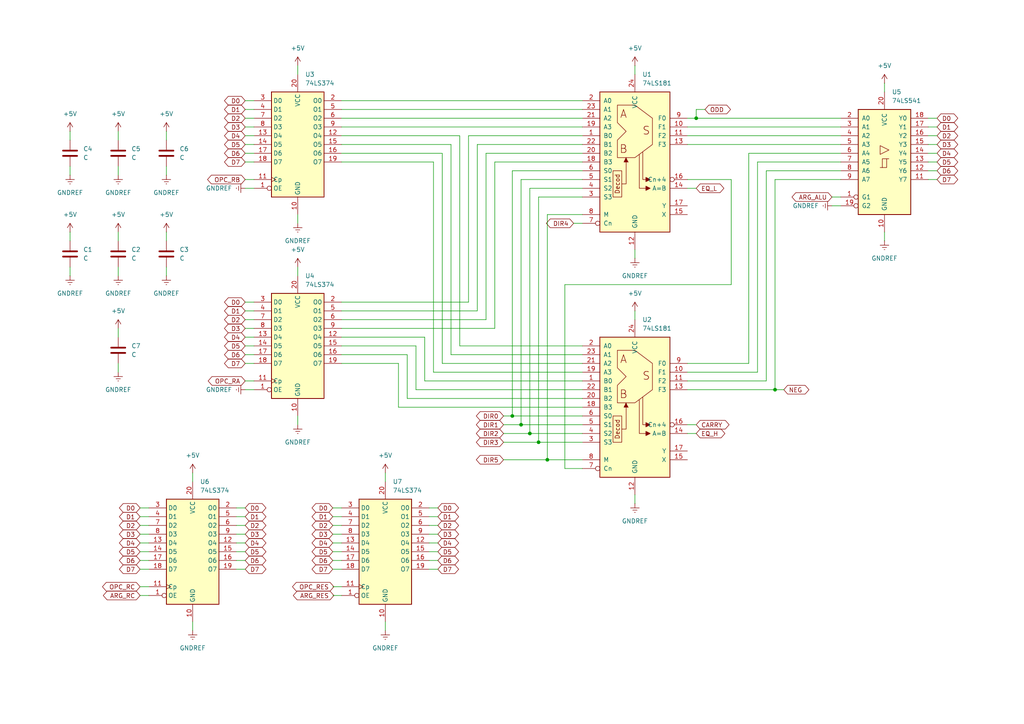
<source format=kicad_sch>
(kicad_sch (version 20250114) (generator "eeschema") (generator_version "9.0")
  (paper "A4")
  (lib_symbols
    (symbol "74xx:74LS181" (pin_names (offset 1.016))
      (property "Reference" "U" (at -7.62 21.59 0))
      (property "Value" "74LS181" (at -7.62 -21.59 0))
      (symbol "74LS181_1_0"
        (polyline (pts (xy -6.35 -2.54) (xy -6.35 -10.16) (xy -3.81 -10.16) (xy -3.81 -2.54) (xy -6.35 -2.54)))
        (polyline (pts (xy -5.08 16.51) (xy -5.08 11.43) (xy -2.54 8.89) (xy -5.08 6.35) (xy -5.08 1.27) (xy 0 1.27) (xy 5.08 5.08) (xy 5.08 12.7) (xy 0 16.51) (xy -5.08 16.51)))
        (polyline (pts (xy -3.81 -6.35) (xy -2.54 -6.35) (xy -2.54 1.27)))
        (polyline (pts (xy -2.54 1.27) (xy -3.175 0) (xy -1.905 0)) (fill (type outline)))
        (polyline (pts (xy 1.27 2.159) (xy 1.27 -7.62) (xy 3.175 -7.62)))
        (polyline (pts (xy 3.175 -5.08) (xy 2.286 -5.08) (xy 2.286 2.921)))
        (polyline (pts (xy 4.445 -5.08) (xy 3.175 -4.445) (xy 3.175 -5.715) (xy 4.445 -5.08)) (fill (type outline)))
        (polyline (pts (xy 4.445 -7.62) (xy 3.175 -6.985) (xy 3.175 -8.255) (xy 4.445 -7.62)) (fill (type outline)))
        (text "Decod" (at -5.08 -6.35 900) (effects (font (size 1.27 1.27))))
        (text "A" (at -3.302 13.97 0) (effects (font (size 2.286 2.286))))
        (text "B" (at -3.302 3.81 0) (effects (font (size 2.286 2.286))))
        (text "S" (at 3.302 9.144 0) (effects (font (size 2.286 2.286))))
        (pin input line (at -15.24 17.78 0) (length 5.08) (name "A0") (number "2"))
        (pin input line (at -15.24 15.24 0) (length 5.08) (name "A1") (number "23"))
        (pin input line (at -15.24 12.7 0) (length 5.08) (name "A2") (number "21"))
        (pin input line (at -15.24 10.16 0) (length 5.08) (name "A3") (number "19"))
        (pin input line (at -15.24 7.62 0) (length 5.08) (name "B0") (number "1"))
        (pin input line (at -15.24 5.08 0) (length 5.08) (name "B1") (number "22"))
        (pin input line (at -15.24 2.54 0) (length 5.08) (name "B2") (number "20"))
        (pin input line (at -15.24 0 0) (length 5.08) (name "B3") (number "18"))
        (pin input line (at -15.24 -2.54 0) (length 5.08) (name "S0") (number "6"))
        (pin input line (at -15.24 -5.08 0) (length 5.08) (name "S1") (number "5"))
        (pin input line (at -15.24 -7.62 0) (length 5.08) (name "S2") (number "4"))
        (pin input line (at -15.24 -10.16 0) (length 5.08) (name "S3") (number "3"))
        (pin input line (at -15.24 -15.24 0) (length 5.08) (name "M") (number "8"))
        (pin input inverted (at -15.24 -17.78 0) (length 5.08) (name "Cn") (number "7"))
        (pin power_in line (at 0 25.4 270) (length 5.08) (name "VCC") (number "24"))
        (pin power_in line (at 0 -25.4 90) (length 5.08) (name "GND") (number "12"))
        (pin output line (at 15.24 12.7 180) (length 5.08) (name "F0") (number "9"))
        (pin output line (at 15.24 10.16 180) (length 5.08) (name "F1") (number "10"))
        (pin output line (at 15.24 7.62 180) (length 5.08) (name "F2") (number "11"))
        (pin output line (at 15.24 5.08 180) (length 5.08) (name "F3") (number "13"))
        (pin output inverted (at 15.24 -5.08 180) (length 5.08) (name "Cn+4") (number "16"))
        (pin output line (at 15.24 -7.62 180) (length 5.08) (name "A=B") (number "14"))
        (pin output line (at 15.24 -12.7 180) (length 5.08) (name "Y") (number "17"))
        (pin output line (at 15.24 -15.24 180) (length 5.08) (name "X") (number "15"))
      )
      (symbol "74LS181_1_1"
        (rectangle (start -10.16 20.32) (end 10.16 -20.32) (stroke (width 0.254)) (fill (type background)))
      )
    )
    (symbol "74xx:74LS374"
      (property "Reference" "U" (at -7.62 16.51 0))
      (property "Value" "74LS374" (at -7.62 -16.51 0))
      (symbol "74LS374_1_0"
        (pin input line (at -12.7 12.7 0) (length 5.08) (name "D0") (number "3"))
        (pin input line (at -12.7 10.16 0) (length 5.08) (name "D1") (number "4"))
        (pin input line (at -12.7 7.62 0) (length 5.08) (name "D2") (number "7"))
        (pin input line (at -12.7 5.08 0) (length 5.08) (name "D3") (number "8"))
        (pin input line (at -12.7 2.54 0) (length 5.08) (name "D4") (number "13"))
        (pin input line (at -12.7 0 0) (length 5.08) (name "D5") (number "14"))
        (pin input line (at -12.7 -2.54 0) (length 5.08) (name "D6") (number "17"))
        (pin input line (at -12.7 -5.08 0) (length 5.08) (name "D7") (number "18"))
        (pin input clock (at -12.7 -10.16 0) (length 5.08) (name "Cp") (number "11"))
        (pin input inverted (at -12.7 -12.7 0) (length 5.08) (name "OE") (number "1"))
        (pin power_in line (at 0 20.32 270) (length 5.08) (name "VCC") (number "20"))
        (pin power_in line (at 0 -20.32 90) (length 5.08) (name "GND") (number "10"))
        (pin tri_state line (at 12.7 12.7 180) (length 5.08) (name "O0") (number "2"))
        (pin tri_state line (at 12.7 10.16 180) (length 5.08) (name "O1") (number "5"))
        (pin tri_state line (at 12.7 7.62 180) (length 5.08) (name "O2") (number "6"))
        (pin tri_state line (at 12.7 5.08 180) (length 5.08) (name "O3") (number "9"))
        (pin tri_state line (at 12.7 2.54 180) (length 5.08) (name "O4") (number "12"))
        (pin tri_state line (at 12.7 0 180) (length 5.08) (name "O5") (number "15"))
        (pin tri_state line (at 12.7 -2.54 180) (length 5.08) (name "O6") (number "16"))
        (pin tri_state line (at 12.7 -5.08 180) (length 5.08) (name "O7") (number "19"))
      )
      (symbol "74LS374_1_1"
        (rectangle (start -7.62 15.24) (end 7.62 -15.24) (stroke (width 0.254)) (fill (type background)))
      )
    )
    (symbol "74xx:74LS541" (pin_names (offset 1.016))
      (property "Reference" "U" (at -7.62 16.51 0))
      (property "Value" "74LS541" (at -7.62 -16.51 0))
      (symbol "74LS541_1_0"
        (polyline (pts (xy -1.27 -1.6002) (xy 0.635 -1.6002) (xy 0.635 0.9398) (xy 1.27 0.9398)))
        (polyline (pts (xy -0.635 -1.6002) (xy -0.635 0.9398) (xy 0.635 0.9398)))
        (polyline (pts (xy 1.27 3.4798) (xy -1.27 4.7498) (xy -1.27 2.2098) (xy 1.27 3.4798)) (stroke (width 0.1524)))
        (pin input line (at -12.7 12.7 0) (length 5.08) (name "A0") (number "2"))
        (pin input line (at -12.7 10.16 0) (length 5.08) (name "A1") (number "3"))
        (pin input line (at -12.7 7.62 0) (length 5.08) (name "A2") (number "4"))
        (pin input line (at -12.7 5.08 0) (length 5.08) (name "A3") (number "5"))
        (pin input line (at -12.7 2.54 0) (length 5.08) (name "A4") (number "6"))
        (pin input line (at -12.7 0 0) (length 5.08) (name "A5") (number "7"))
        (pin input line (at -12.7 -2.54 0) (length 5.08) (name "A6") (number "8"))
        (pin input line (at -12.7 -5.08 0) (length 5.08) (name "A7") (number "9"))
        (pin input inverted (at -12.7 -10.16 0) (length 5.08) (name "G1") (number "1"))
        (pin input inverted (at -12.7 -12.7 0) (length 5.08) (name "G2") (number "19"))
        (pin power_in line (at 0 20.32 270) (length 5.08) (name "VCC") (number "20"))
        (pin power_in line (at 0 -20.32 90) (length 5.08) (name "GND") (number "10"))
        (pin tri_state line (at 12.7 12.7 180) (length 5.08) (name "Y0") (number "18"))
        (pin tri_state line (at 12.7 10.16 180) (length 5.08) (name "Y1") (number "17"))
        (pin tri_state line (at 12.7 7.62 180) (length 5.08) (name "Y2") (number "16"))
        (pin tri_state line (at 12.7 5.08 180) (length 5.08) (name "Y3") (number "15"))
        (pin tri_state line (at 12.7 2.54 180) (length 5.08) (name "Y4") (number "14"))
        (pin tri_state line (at 12.7 0 180) (length 5.08) (name "Y5") (number "13"))
        (pin tri_state line (at 12.7 -2.54 180) (length 5.08) (name "Y6") (number "12"))
        (pin tri_state line (at 12.7 -5.08 180) (length 5.08) (name "Y7") (number "11"))
      )
      (symbol "74LS541_1_1"
        (rectangle (start -7.62 15.24) (end 7.62 -15.24) (stroke (width 0.254)) (fill (type background)))
      )
    )
    (symbol "Device:C" (pin_numbers (hide yes)) (pin_names (offset 0.254))
      (property "Reference" "C" (at 0.635 2.54 0))
      (property "Value" "C" (at 0.635 -2.54 0))
      (symbol "C_0_1"
        (polyline (pts (xy -2.032 0.762) (xy 2.032 0.762)) (stroke (width 0.508)))
        (polyline (pts (xy -2.032 -0.762) (xy 2.032 -0.762)) (stroke (width 0.508)))
      )
      (symbol "C_1_1"
        (pin passive line (at 0 3.81 270) (length 2.794) (name "~") (number "1"))
        (pin passive line (at 0 -3.81 90) (length 2.794) (name "~") (number "2"))
      )
    )
    (symbol "power:+5V" (power) (pin_numbers (hide yes)) (pin_names (offset 0) (hide yes))
      (property "Value" "+5V" (at 0 3.556 0))
      (symbol "+5V_0_1"
        (polyline (pts (xy -0.762 1.27) (xy 0 2.54)))
        (polyline (pts (xy 0 2.54) (xy 0.762 1.27)))
        (polyline (pts (xy 0 0) (xy 0 2.54)))
      )
      (symbol "+5V_1_1"
        (pin power_in line (at 0 0 90) (length 0) (name "~") (number "1"))
      )
    )
    (symbol "power:GNDREF" (power) (pin_numbers (hide yes)) (pin_names (offset 0) (hide yes))
      (property "Value" "GNDREF" (at 0 -3.81 0))
      (symbol "GNDREF_0_1"
        (polyline (pts (xy -0.635 -1.905) (xy 0.635 -1.905)))
        (polyline (pts (xy -0.127 -2.54) (xy 0.127 -2.54)))
        (polyline (pts (xy 0 -1.27) (xy 0 0)))
        (polyline (pts (xy 1.27 -1.27) (xy -1.27 -1.27)))
      )
      (symbol "GNDREF_1_1"
        (pin power_in line (at 0 0 270) (length 0) (name "~") (number "1"))
      )
    )
  )
  (junction (at 158.75 133.35))
  (junction (at 201.93 34.29))
  (junction (at 153.67 125.73))
  (junction (at 148.59 120.65))
  (junction (at 224.79 113.03))
  (junction (at 156.21 128.27))
  (junction (at 151.13 123.19))
  (wire (pts (xy 120.65 100.33) (xy 99.06 100.33)))
  (wire (pts (xy 146.05 133.35) (xy 158.75 133.35)))
  (wire (pts (xy 256.54 24.13) (xy 256.54 26.67)))
  (wire (pts (xy 111.76 137.16) (xy 111.76 139.7)))
  (wire (pts (xy 48.26 48.26) (xy 48.26 50.8)))
  (wire (pts (xy 96.52 152.4) (xy 99.06 152.4)))
  (wire (pts (xy 40.64 154.94) (xy 43.18 154.94)))
  (wire (pts (xy 269.24 41.91) (xy 271.78 41.91)))
  (wire (pts (xy 135.89 87.63) (xy 135.89 39.37)))
  (wire (pts (xy 96.52 147.32) (xy 99.06 147.32)))
  (wire (pts (xy 123.19 97.79) (xy 123.19 110.49)))
  (wire (pts (xy 40.64 157.48) (xy 43.18 157.48)))
  (wire (pts (xy 71.12 41.91) (xy 73.66 41.91)))
  (wire (pts (xy 204.47 31.75) (xy 201.93 31.75)))
  (wire (pts (xy 96.52 157.48) (xy 99.06 157.48)))
  (wire (pts (xy 166.37 64.77) (xy 168.91 64.77)))
  (wire (pts (xy 99.06 90.17) (xy 138.43 90.17)))
  (wire (pts (xy 168.91 46.99) (xy 143.51 46.99)))
  (wire (pts (xy 222.25 110.49) (xy 222.25 49.53)))
  (wire (pts (xy 148.59 120.65) (xy 168.91 120.65)))
  (wire (pts (xy 71.12 39.37) (xy 73.66 39.37)))
  (wire (pts (xy 138.43 41.91) (xy 138.43 90.17)))
  (wire (pts (xy 269.24 44.45) (xy 271.78 44.45)))
  (wire (pts (xy 199.39 52.07) (xy 212.09 52.07)))
  (wire (pts (xy 199.39 105.41) (xy 217.17 105.41)))
  (wire (pts (xy 71.12 52.07) (xy 73.66 52.07)))
  (wire (pts (xy 99.06 29.21) (xy 168.91 29.21)))
  (wire (pts (xy 241.3 57.15) (xy 243.84 57.15)))
  (wire (pts (xy 146.05 123.19) (xy 151.13 123.19)))
  (wire (pts (xy 143.51 46.99) (xy 143.51 95.25)))
  (wire (pts (xy 163.83 82.55) (xy 212.09 82.55)))
  (wire (pts (xy 184.15 90.17) (xy 184.15 92.71)))
  (wire (pts (xy 55.88 180.34) (xy 55.88 182.88)))
  (wire (pts (xy 118.11 102.87) (xy 118.11 115.57)))
  (wire (pts (xy 71.12 110.49) (xy 73.66 110.49)))
  (wire (pts (xy 127 152.4) (xy 124.46 152.4)))
  (wire (pts (xy 153.67 125.73) (xy 153.67 54.61)))
  (wire (pts (xy 34.29 67.31) (xy 34.29 69.85)))
  (wire (pts (xy 99.06 31.75) (xy 168.91 31.75)))
  (wire (pts (xy 128.27 44.45) (xy 128.27 105.41)))
  (wire (pts (xy 217.17 44.45) (xy 217.17 105.41)))
  (wire (pts (xy 256.54 67.31) (xy 256.54 69.85)))
  (wire (pts (xy 241.3 59.69) (xy 243.84 59.69)))
  (wire (pts (xy 184.15 143.51) (xy 184.15 146.05)))
  (wire (pts (xy 243.84 44.45) (xy 217.17 44.45)))
  (wire (pts (xy 71.12 152.4) (xy 68.58 152.4)))
  (wire (pts (xy 99.06 39.37) (xy 133.35 39.37)))
  (wire (pts (xy 123.19 110.49) (xy 168.91 110.49)))
  (wire (pts (xy 168.91 41.91) (xy 138.43 41.91)))
  (wire (pts (xy 34.29 48.26) (xy 34.29 50.8)))
  (wire (pts (xy 71.12 105.41) (xy 73.66 105.41)))
  (wire (pts (xy 140.97 92.71) (xy 140.97 44.45)))
  (wire (pts (xy 96.52 172.72) (xy 99.06 172.72)))
  (wire (pts (xy 168.91 107.95) (xy 125.73 107.95)))
  (wire (pts (xy 71.12 149.86) (xy 68.58 149.86)))
  (wire (pts (xy 71.12 95.25) (xy 73.66 95.25)))
  (wire (pts (xy 243.84 46.99) (xy 219.71 46.99)))
  (wire (pts (xy 212.09 52.07) (xy 212.09 82.55)))
  (wire (pts (xy 143.51 95.25) (xy 99.06 95.25)))
  (wire (pts (xy 71.12 31.75) (xy 73.66 31.75)))
  (wire (pts (xy 99.06 97.79) (xy 123.19 97.79)))
  (wire (pts (xy 151.13 52.07) (xy 168.91 52.07)))
  (wire (pts (xy 99.06 34.29) (xy 168.91 34.29)))
  (wire (pts (xy 20.32 38.1) (xy 20.32 40.64)))
  (wire (pts (xy 243.84 52.07) (xy 224.79 52.07)))
  (wire (pts (xy 48.26 77.47) (xy 48.26 80.01)))
  (wire (pts (xy 130.81 102.87) (xy 130.81 41.91)))
  (wire (pts (xy 148.59 49.53) (xy 148.59 120.65)))
  (wire (pts (xy 40.64 172.72) (xy 43.18 172.72)))
  (wire (pts (xy 20.32 77.47) (xy 20.32 80.01)))
  (wire (pts (xy 201.93 125.73) (xy 199.39 125.73)))
  (wire (pts (xy 128.27 105.41) (xy 168.91 105.41)))
  (wire (pts (xy 201.93 34.29) (xy 243.84 34.29)))
  (wire (pts (xy 158.75 133.35) (xy 158.75 62.23)))
  (wire (pts (xy 158.75 62.23) (xy 168.91 62.23)))
  (wire (pts (xy 151.13 123.19) (xy 168.91 123.19)))
  (wire (pts (xy 146.05 120.65) (xy 148.59 120.65)))
  (wire (pts (xy 34.29 77.47) (xy 34.29 80.01)))
  (wire (pts (xy 111.76 180.34) (xy 111.76 182.88)))
  (wire (pts (xy 127 165.1) (xy 124.46 165.1)))
  (wire (pts (xy 163.83 82.55) (xy 163.83 135.89)))
  (wire (pts (xy 71.12 162.56) (xy 68.58 162.56)))
  (wire (pts (xy 199.39 54.61) (xy 201.93 54.61)))
  (wire (pts (xy 86.36 19.05) (xy 86.36 21.59)))
  (wire (pts (xy 269.24 39.37) (xy 271.78 39.37)))
  (wire (pts (xy 130.81 41.91) (xy 99.06 41.91)))
  (wire (pts (xy 133.35 100.33) (xy 168.91 100.33)))
  (wire (pts (xy 99.06 36.83) (xy 168.91 36.83)))
  (wire (pts (xy 199.39 113.03) (xy 224.79 113.03)))
  (wire (pts (xy 99.06 87.63) (xy 135.89 87.63)))
  (wire (pts (xy 140.97 44.45) (xy 168.91 44.45)))
  (wire (pts (xy 127 160.02) (xy 124.46 160.02)))
  (wire (pts (xy 71.12 154.94) (xy 68.58 154.94)))
  (wire (pts (xy 199.39 110.49) (xy 222.25 110.49)))
  (wire (pts (xy 199.39 36.83) (xy 243.84 36.83)))
  (wire (pts (xy 99.06 44.45) (xy 128.27 44.45)))
  (wire (pts (xy 86.36 120.65) (xy 86.36 123.19)))
  (wire (pts (xy 201.93 123.19) (xy 199.39 123.19)))
  (wire (pts (xy 127 147.32) (xy 124.46 147.32)))
  (wire (pts (xy 34.29 105.41) (xy 34.29 107.95)))
  (wire (pts (xy 115.57 118.11) (xy 115.57 105.41)))
  (wire (pts (xy 125.73 46.99) (xy 99.06 46.99)))
  (wire (pts (xy 71.12 165.1) (xy 68.58 165.1)))
  (wire (pts (xy 71.12 54.61) (xy 73.66 54.61)))
  (wire (pts (xy 96.52 154.94) (xy 99.06 154.94)))
  (wire (pts (xy 127 157.48) (xy 124.46 157.48)))
  (wire (pts (xy 168.91 133.35) (xy 158.75 133.35)))
  (wire (pts (xy 269.24 46.99) (xy 271.78 46.99)))
  (wire (pts (xy 96.52 170.18) (xy 99.06 170.18)))
  (wire (pts (xy 115.57 105.41) (xy 99.06 105.41)))
  (wire (pts (xy 71.12 102.87) (xy 73.66 102.87)))
  (wire (pts (xy 269.24 52.07) (xy 271.78 52.07)))
  (wire (pts (xy 40.64 152.4) (xy 43.18 152.4)))
  (wire (pts (xy 71.12 160.02) (xy 68.58 160.02)))
  (wire (pts (xy 55.88 137.16) (xy 55.88 139.7)))
  (wire (pts (xy 146.05 125.73) (xy 153.67 125.73)))
  (wire (pts (xy 156.21 128.27) (xy 168.91 128.27)))
  (wire (pts (xy 20.32 67.31) (xy 20.32 69.85)))
  (wire (pts (xy 168.91 118.11) (xy 115.57 118.11)))
  (wire (pts (xy 168.91 57.15) (xy 156.21 57.15)))
  (wire (pts (xy 40.64 165.1) (xy 43.18 165.1)))
  (wire (pts (xy 224.79 113.03) (xy 227.33 113.03)))
  (wire (pts (xy 224.79 52.07) (xy 224.79 113.03)))
  (wire (pts (xy 127 154.94) (xy 124.46 154.94)))
  (wire (pts (xy 125.73 107.95) (xy 125.73 46.99)))
  (wire (pts (xy 40.64 160.02) (xy 43.18 160.02)))
  (wire (pts (xy 34.29 95.25) (xy 34.29 97.79)))
  (wire (pts (xy 96.52 162.56) (xy 99.06 162.56)))
  (wire (pts (xy 269.24 49.53) (xy 271.78 49.53)))
  (wire (pts (xy 71.12 34.29) (xy 73.66 34.29)))
  (wire (pts (xy 71.12 44.45) (xy 73.66 44.45)))
  (wire (pts (xy 71.12 113.03) (xy 73.66 113.03)))
  (wire (pts (xy 71.12 90.17) (xy 73.66 90.17)))
  (wire (pts (xy 201.93 31.75) (xy 201.93 34.29)))
  (wire (pts (xy 96.52 160.02) (xy 99.06 160.02)))
  (wire (pts (xy 127 162.56) (xy 124.46 162.56)))
  (wire (pts (xy 71.12 92.71) (xy 73.66 92.71)))
  (wire (pts (xy 168.91 113.03) (xy 120.65 113.03)))
  (wire (pts (xy 71.12 29.21) (xy 73.66 29.21)))
  (wire (pts (xy 40.64 162.56) (xy 43.18 162.56)))
  (wire (pts (xy 71.12 87.63) (xy 73.66 87.63)))
  (wire (pts (xy 156.21 57.15) (xy 156.21 128.27)))
  (wire (pts (xy 40.64 149.86) (xy 43.18 149.86)))
  (wire (pts (xy 71.12 46.99) (xy 73.66 46.99)))
  (wire (pts (xy 48.26 38.1) (xy 48.26 40.64)))
  (wire (pts (xy 135.89 39.37) (xy 168.91 39.37)))
  (wire (pts (xy 184.15 72.39) (xy 184.15 74.93)))
  (wire (pts (xy 168.91 49.53) (xy 148.59 49.53)))
  (wire (pts (xy 34.29 38.1) (xy 34.29 40.64)))
  (wire (pts (xy 222.25 49.53) (xy 243.84 49.53)))
  (wire (pts (xy 133.35 39.37) (xy 133.35 100.33)))
  (wire (pts (xy 96.52 149.86) (xy 99.06 149.86)))
  (wire (pts (xy 146.05 128.27) (xy 156.21 128.27)))
  (wire (pts (xy 71.12 100.33) (xy 73.66 100.33)))
  (wire (pts (xy 269.24 34.29) (xy 271.78 34.29)))
  (wire (pts (xy 269.24 36.83) (xy 271.78 36.83)))
  (wire (pts (xy 20.32 48.26) (xy 20.32 50.8)))
  (wire (pts (xy 86.36 77.47) (xy 86.36 80.01)))
  (wire (pts (xy 199.39 41.91) (xy 243.84 41.91)))
  (wire (pts (xy 168.91 102.87) (xy 130.81 102.87)))
  (wire (pts (xy 120.65 113.03) (xy 120.65 100.33)))
  (wire (pts (xy 163.83 135.89) (xy 168.91 135.89)))
  (wire (pts (xy 71.12 97.79) (xy 73.66 97.79)))
  (wire (pts (xy 153.67 54.61) (xy 168.91 54.61)))
  (wire (pts (xy 219.71 46.99) (xy 219.71 107.95)))
  (wire (pts (xy 40.64 170.18) (xy 43.18 170.18)))
  (wire (pts (xy 40.64 147.32) (xy 43.18 147.32)))
  (wire (pts (xy 99.06 102.87) (xy 118.11 102.87)))
  (wire (pts (xy 118.11 115.57) (xy 168.91 115.57)))
  (wire (pts (xy 127 149.86) (xy 124.46 149.86)))
  (wire (pts (xy 199.39 39.37) (xy 243.84 39.37)))
  (wire (pts (xy 153.67 125.73) (xy 168.91 125.73)))
  (wire (pts (xy 151.13 123.19) (xy 151.13 52.07)))
  (wire (pts (xy 99.06 92.71) (xy 140.97 92.71)))
  (wire (pts (xy 71.12 36.83) (xy 73.66 36.83)))
  (wire (pts (xy 199.39 107.95) (xy 219.71 107.95)))
  (wire (pts (xy 199.39 34.29) (xy 201.93 34.29)))
  (wire (pts (xy 96.52 165.1) (xy 99.06 165.1)))
  (wire (pts (xy 184.15 19.05) (xy 184.15 21.59)))
  (wire (pts (xy 48.26 67.31) (xy 48.26 69.85)))
  (wire (pts (xy 86.36 62.23) (xy 86.36 64.77)))
  (wire (pts (xy 71.12 157.48) (xy 68.58 157.48)))
  (wire (pts (xy 71.12 147.32) (xy 68.58 147.32)))
  (global_label "DIR1" (shape bidirectional) (at 146.05 123.19 180) (property "Intersheetrefs" "${INTERSHEET_REFS}" (effects (hide yes))))
  (global_label "D4" (shape bidirectional) (at 71.12 157.48 0) (property "Intersheetrefs" "${INTERSHEET_REFS}" (effects (hide yes))))
  (global_label "D3" (shape bidirectional) (at 127 154.94 0) (property "Intersheetrefs" "${INTERSHEET_REFS}" (effects (hide yes))))
  (global_label "D5" (shape bidirectional) (at 71.12 41.91 180) (property "Intersheetrefs" "${INTERSHEET_REFS}" (effects (hide yes))))
  (global_label "CARRY" (shape bidirectional) (at 201.93 123.19 0) (property "Intersheetrefs" "${INTERSHEET_REFS}" (effects (hide yes))))
  (global_label "D2" (shape bidirectional) (at 71.12 34.29 180) (property "Intersheetrefs" "${INTERSHEET_REFS}" (effects (hide yes))))
  (global_label "D4" (shape bidirectional) (at 40.64 157.48 180) (property "Intersheetrefs" "${INTERSHEET_REFS}" (effects (hide yes))))
  (global_label "D2" (shape bidirectional) (at 271.78 39.37 0) (property "Intersheetrefs" "${INTERSHEET_REFS}" (effects (hide yes))))
  (global_label "D5" (shape bidirectional) (at 127 160.02 0) (property "Intersheetrefs" "${INTERSHEET_REFS}" (effects (hide yes))))
  (global_label "D2" (shape bidirectional) (at 71.12 152.4 0) (property "Intersheetrefs" "${INTERSHEET_REFS}" (effects (hide yes))))
  (global_label "DIR4" (shape bidirectional) (at 166.37 64.77 180) (property "Intersheetrefs" "${INTERSHEET_REFS}" (effects (hide yes))))
  (global_label "ARG_RES" (shape bidirectional) (at 96.8386 172.72 180) (property "Intersheetrefs" "${INTERSHEET_REFS}" (effects (hide yes))))
  (global_label "D6" (shape bidirectional) (at 71.12 162.56 0) (property "Intersheetrefs" "${INTERSHEET_REFS}" (effects (hide yes))))
  (global_label "D4" (shape bidirectional) (at 96.52 157.48 180) (property "Intersheetrefs" "${INTERSHEET_REFS}" (effects (hide yes))))
  (global_label "OPC_RB" (shape bidirectional) (at 71.12 52.07 180) (property "Intersheetrefs" "${INTERSHEET_REFS}" (effects (hide yes))))
  (global_label "D5" (shape bidirectional) (at 71.12 100.33 180) (property "Intersheetrefs" "${INTERSHEET_REFS}" (effects (hide yes))))
  (global_label "D4" (shape bidirectional) (at 71.12 39.37 180) (property "Intersheetrefs" "${INTERSHEET_REFS}" (effects (hide yes))))
  (global_label "D7" (shape bidirectional) (at 71.12 105.41 180) (property "Intersheetrefs" "${INTERSHEET_REFS}" (effects (hide yes))))
  (global_label "D6" (shape bidirectional) (at 71.12 102.87 180) (property "Intersheetrefs" "${INTERSHEET_REFS}" (effects (hide yes))))
  (global_label "D1" (shape bidirectional) (at 71.12 90.17 180) (property "Intersheetrefs" "${INTERSHEET_REFS}" (effects (hide yes))))
  (global_label "D5" (shape bidirectional) (at 40.64 160.02 180) (property "Intersheetrefs" "${INTERSHEET_REFS}" (effects (hide yes))))
  (global_label "D6" (shape bidirectional) (at 271.78 49.53 0) (property "Intersheetrefs" "${INTERSHEET_REFS}" (effects (hide yes))))
  (global_label "D5" (shape bidirectional) (at 71.12 160.02 0) (property "Intersheetrefs" "${INTERSHEET_REFS}" (effects (hide yes))))
  (global_label "D1" (shape bidirectional) (at 127 149.86 0) (property "Intersheetrefs" "${INTERSHEET_REFS}" (effects (hide yes))))
  (global_label "D4" (shape bidirectional) (at 271.78 44.45 0) (property "Intersheetrefs" "${INTERSHEET_REFS}" (effects (hide yes))))
  (global_label "D7" (shape bidirectional) (at 127 165.1 0) (property "Intersheetrefs" "${INTERSHEET_REFS}" (effects (hide yes))))
  (global_label "D2" (shape bidirectional) (at 40.64 152.4 180) (property "Intersheetrefs" "${INTERSHEET_REFS}" (effects (hide yes))))
  (global_label "OPC_RC" (shape bidirectional) (at 40.64 170.18 180) (property "Intersheetrefs" "${INTERSHEET_REFS}" (effects (hide yes))))
  (global_label "D0" (shape bidirectional) (at 40.64 147.32 180) (property "Intersheetrefs" "${INTERSHEET_REFS}" (effects (hide yes))))
  (global_label "ODD" (shape bidirectional) (at 204.47 31.75 0) (property "Intersheetrefs" "${INTERSHEET_REFS}" (effects (hide yes))))
  (global_label "DIR0" (shape bidirectional) (at 146.05 120.65 180) (property "Intersheetrefs" "${INTERSHEET_REFS}" (effects (hide yes))))
  (global_label "D4" (shape bidirectional) (at 71.12 97.79 180) (property "Intersheetrefs" "${INTERSHEET_REFS}" (effects (hide yes))))
  (global_label "D1" (shape bidirectional) (at 40.64 149.86 180) (property "Intersheetrefs" "${INTERSHEET_REFS}" (effects (hide yes))))
  (global_label "EQ_H" (shape bidirectional) (at 201.93 125.73 0) (property "Intersheetrefs" "${INTERSHEET_REFS}" (effects (hide yes))))
  (global_label "OPC_RES" (shape bidirectional) (at 96.8386 170.18 180) (property "Intersheetrefs" "${INTERSHEET_REFS}" (effects (hide yes))))
  (global_label "D2" (shape bidirectional) (at 71.12 92.71 180) (property "Intersheetrefs" "${INTERSHEET_REFS}" (effects (hide yes))))
  (global_label "DIR2" (shape bidirectional) (at 146.05 125.73 180) (property "Intersheetrefs" "${INTERSHEET_REFS}" (effects (hide yes))))
  (global_label "D1" (shape bidirectional) (at 96.52 149.86 180) (property "Intersheetrefs" "${INTERSHEET_REFS}" (effects (hide yes))))
  (global_label "D3" (shape bidirectional) (at 71.12 154.94 0) (property "Intersheetrefs" "${INTERSHEET_REFS}" (effects (hide yes))))
  (global_label "D6" (shape bidirectional) (at 96.52 162.56 180) (property "Intersheetrefs" "${INTERSHEET_REFS}" (effects (hide yes))))
  (global_label "D0" (shape bidirectional) (at 271.78 34.29 0) (property "Intersheetrefs" "${INTERSHEET_REFS}" (effects (hide yes))))
  (global_label "D6" (shape bidirectional) (at 127 162.56 0) (property "Intersheetrefs" "${INTERSHEET_REFS}" (effects (hide yes))))
  (global_label "D6" (shape bidirectional) (at 40.64 162.56 180) (property "Intersheetrefs" "${INTERSHEET_REFS}" (effects (hide yes))))
  (global_label "D0" (shape bidirectional) (at 96.52 147.32 180) (property "Intersheetrefs" "${INTERSHEET_REFS}" (effects (hide yes))))
  (global_label "D1" (shape bidirectional) (at 71.12 31.75 180) (property "Intersheetrefs" "${INTERSHEET_REFS}" (effects (hide yes))))
  (global_label "D2" (shape bidirectional) (at 127 152.4 0) (property "Intersheetrefs" "${INTERSHEET_REFS}" (effects (hide yes))))
  (global_label "D1" (shape bidirectional) (at 71.12 149.86 0) (property "Intersheetrefs" "${INTERSHEET_REFS}" (effects (hide yes))))
  (global_label "D6" (shape bidirectional) (at 71.12 44.45 180) (property "Intersheetrefs" "${INTERSHEET_REFS}" (effects (hide yes))))
  (global_label "D3" (shape bidirectional) (at 40.64 154.94 180) (property "Intersheetrefs" "${INTERSHEET_REFS}" (effects (hide yes))))
  (global_label "D0" (shape bidirectional) (at 71.12 29.21 180) (property "Intersheetrefs" "${INTERSHEET_REFS}" (effects (hide yes))))
  (global_label "OPC_RA" (shape bidirectional) (at 71.12 110.49 180) (property "Intersheetrefs" "${INTERSHEET_REFS}" (effects (hide yes))))
  (global_label "D7" (shape bidirectional) (at 40.64 165.1 180) (property "Intersheetrefs" "${INTERSHEET_REFS}" (effects (hide yes))))
  (global_label "D0" (shape bidirectional) (at 71.12 87.63 180) (property "Intersheetrefs" "${INTERSHEET_REFS}" (effects (hide yes))))
  (global_label "D7" (shape bidirectional) (at 271.78 52.07 0) (property "Intersheetrefs" "${INTERSHEET_REFS}" (effects (hide yes))))
  (global_label "D3" (shape bidirectional) (at 71.12 36.83 180) (property "Intersheetrefs" "${INTERSHEET_REFS}" (effects (hide yes))))
  (global_label "D0" (shape bidirectional) (at 71.12 147.32 0) (property "Intersheetrefs" "${INTERSHEET_REFS}" (effects (hide yes))))
  (global_label "D3" (shape bidirectional) (at 96.52 154.94 180) (property "Intersheetrefs" "${INTERSHEET_REFS}" (effects (hide yes))))
  (global_label "D1" (shape bidirectional) (at 271.78 36.83 0) (property "Intersheetrefs" "${INTERSHEET_REFS}" (effects (hide yes))))
  (global_label "D7" (shape bidirectional) (at 96.52 165.1 180) (property "Intersheetrefs" "${INTERSHEET_REFS}" (effects (hide yes))))
  (global_label "D3" (shape bidirectional) (at 271.78 41.91 0) (property "Intersheetrefs" "${INTERSHEET_REFS}" (effects (hide yes))))
  (global_label "D2" (shape bidirectional) (at 96.52 152.4 180) (property "Intersheetrefs" "${INTERSHEET_REFS}" (effects (hide yes))))
  (global_label "DIR3" (shape bidirectional) (at 146.05 128.27 180) (property "Intersheetrefs" "${INTERSHEET_REFS}" (effects (hide yes))))
  (global_label "DIR5" (shape bidirectional) (at 146.05 133.35 180) (property "Intersheetrefs" "${INTERSHEET_REFS}" (effects (hide yes))))
  (global_label "D7" (shape bidirectional) (at 71.12 46.99 180) (property "Intersheetrefs" "${INTERSHEET_REFS}" (effects (hide yes))))
  (global_label "D4" (shape bidirectional) (at 127 157.48 0) (property "Intersheetrefs" "${INTERSHEET_REFS}" (effects (hide yes))))
  (global_label "D5" (shape bidirectional) (at 271.78 46.99 0) (property "Intersheetrefs" "${INTERSHEET_REFS}" (effects (hide yes))))
  (global_label "ARG_ALU" (shape bidirectional) (at 241.3 57.15 180) (property "Intersheetrefs" "${INTERSHEET_REFS}" (effects (hide yes))))
  (global_label "D0" (shape bidirectional) (at 127 147.32 0) (property "Intersheetrefs" "${INTERSHEET_REFS}" (effects (hide yes))))
  (global_label "D5" (shape bidirectional) (at 96.52 160.02 180) (property "Intersheetrefs" "${INTERSHEET_REFS}" (effects (hide yes))))
  (global_label "NEG" (shape bidirectional) (at 227.33 113.03 0) (property "Intersheetrefs" "${INTERSHEET_REFS}" (effects (hide yes))))
  (global_label "D7" (shape bidirectional) (at 71.12 165.1 0) (property "Intersheetrefs" "${INTERSHEET_REFS}" (effects (hide yes))))
  (global_label "EQ_L" (shape bidirectional) (at 201.93 54.61 0) (property "Intersheetrefs" "${INTERSHEET_REFS}" (effects (hide yes))))
  (global_label "ARG_RC" (shape bidirectional) (at 40.64 172.72 180) (property "Intersheetrefs" "${INTERSHEET_REFS}" (effects (hide yes))))
  (global_label "D3" (shape bidirectional) (at 71.12 95.25 180) (property "Intersheetrefs" "${INTERSHEET_REFS}" (effects (hide yes))))
  (symbol (lib_id "power:+5V") (at 34.29 95.25 0) (unit 1)
    (property "Reference" "#PWR029" (effects (hide yes)))
    (property "Value" "+5V" (at 34.29 90.17 0))
    (property "Description" "Power symbol creates a global label with name \"+5V\"" (effects (hide yes)))
  )
  (symbol (lib_id "power:+5V") (at 256.54 24.13 0) (unit 1)
    (property "Reference" "#PWR012" (effects (hide yes)))
    (property "Value" "+5V" (at 256.54 19.05 0))
    (property "Description" "Power symbol creates a global label with name \"+5V\"" (effects (hide yes)))
  )
  (symbol (lib_id "power:+5V") (at 48.26 38.1 0) (unit 1)
    (property "Reference" "#PWR027" (effects (hide yes)))
    (property "Value" "+5V" (at 48.26 33.02 0))
    (property "Description" "Power symbol creates a global label with name \"+5V\"" (effects (hide yes)))
  )
  (symbol (lib_id "Device:C") (at 20.32 44.45 0) (unit 1)
    (property "Reference" "C4" (at 24.13 43.1799 0) (effects (justify left)))
    (property "Value" "C" (at 24.13 45.7199 0) (effects (justify left)))
    (property "Description" "Unpolarized capacitor" (effects (hide yes)))
  )
  (symbol (lib_id "power:+5V") (at 86.36 77.47 0) (unit 1)
    (property "Reference" "#PWR09" (effects (hide yes)))
    (property "Value" "+5V" (at 86.36 72.39 0))
    (property "Description" "Power symbol creates a global label with name \"+5V\"" (effects (hide yes)))
  )
  (symbol (lib_id "power:+5V") (at 48.26 67.31 0) (unit 1)
    (property "Reference" "#PWR021" (effects (hide yes)))
    (property "Value" "+5V" (at 48.26 62.23 0))
    (property "Description" "Power symbol creates a global label with name \"+5V\"" (effects (hide yes)))
  )
  (symbol (lib_id "74xx:74LS374") (at 55.88 160.02 0) (unit 1)
    (property "Reference" "U6" (at 58.0233 139.7 0) (effects (justify left)))
    (property "Value" "74LS374" (at 58.0233 142.24 0) (effects (justify left)))
    (property "Datasheet" "http://www.ti.com/lit/gpn/sn74LS374" (effects (hide yes)))
    (property "Description" "8-bit Register, 3-state outputs" (effects (hide yes)))
  )
  (symbol (lib_id "power:+5V") (at 184.15 19.05 0) (unit 1)
    (property "Reference" "#PWR011" (effects (hide yes)))
    (property "Value" "+5V" (at 184.15 13.97 0))
    (property "Description" "Power symbol creates a global label with name \"+5V\"" (effects (hide yes)))
  )
  (symbol (lib_id "power:GNDREF") (at 34.29 107.95 0) (unit 1)
    (property "Reference" "#PWR030" (effects (hide yes)))
    (property "Value" "GNDREF" (at 34.29 113.03 0))
    (property "Description" "Power symbol creates a global label with name \"GNDREF\" , reference supply ground" (effects (hide yes)))
  )
  (symbol (lib_id "Device:C") (at 34.29 44.45 0) (unit 1)
    (property "Reference" "C5" (at 38.1 43.1799 0) (effects (justify left)))
    (property "Value" "C" (at 38.1 45.7199 0) (effects (justify left)))
    (property "Description" "Unpolarized capacitor" (effects (hide yes)))
  )
  (symbol (lib_id "power:GNDREF") (at 34.29 50.8 0) (unit 1)
    (property "Reference" "#PWR026" (effects (hide yes)))
    (property "Value" "GNDREF" (at 34.29 55.88 0))
    (property "Description" "Power symbol creates a global label with name \"GNDREF\" , reference supply ground" (effects (hide yes)))
  )
  (symbol (lib_id "power:GNDREF") (at 86.36 123.19 0) (unit 1)
    (property "Reference" "#PWR05" (effects (hide yes)))
    (property "Value" "GNDREF" (at 86.36 128.27 0))
    (property "Description" "Power symbol creates a global label with name \"GNDREF\" , reference supply ground" (effects (hide yes)))
  )
  (symbol (lib_id "74xx:74LS181") (at 184.15 118.11 0) (unit 1)
    (property "Reference" "U2" (at 186.2933 92.71 0) (effects (justify left)))
    (property "Value" "74LS181" (at 186.2933 95.25 0) (effects (justify left)))
    (property "Datasheet" "74xx/74F181.pdf" (effects (hide yes)))
    (property "Description" "Arithmetic logic unit" (effects (hide yes)))
  )
  (symbol (lib_id "Device:C") (at 34.29 73.66 0) (unit 1)
    (property "Reference" "C2" (at 38.1 72.3899 0) (effects (justify left)))
    (property "Value" "C" (at 38.1 74.9299 0) (effects (justify left)))
    (property "Description" "Unpolarized capacitor" (effects (hide yes)))
  )
  (symbol (lib_id "power:+5V") (at 55.88 137.16 0) (unit 1)
    (property "Reference" "#PWR015" (effects (hide yes)))
    (property "Value" "+5V" (at 55.88 132.08 0))
    (property "Description" "Power symbol creates a global label with name \"+5V\"" (effects (hide yes)))
  )
  (symbol (lib_id "power:+5V") (at 111.76 137.16 0) (unit 1)
    (property "Reference" "#PWR013" (effects (hide yes)))
    (property "Value" "+5V" (at 111.76 132.08 0))
    (property "Description" "Power symbol creates a global label with name \"+5V\"" (effects (hide yes)))
  )
  (symbol (lib_id "power:+5V") (at 20.32 67.31 0) (unit 1)
    (property "Reference" "#PWR018" (effects (hide yes)))
    (property "Value" "+5V" (at 20.32 62.23 0))
    (property "Description" "Power symbol creates a global label with name \"+5V\"" (effects (hide yes)))
  )
  (symbol (lib_id "74xx:74LS541") (at 256.54 46.99 0) (unit 1)
    (property "Reference" "U5" (at 258.6833 26.67 0) (effects (justify left)))
    (property "Value" "74LS541" (at 258.6833 29.21 0) (effects (justify left)))
    (property "Datasheet" "http://www.ti.com/lit/gpn/sn74LS541" (effects (hide yes)))
    (property "Description" "8-bit Buffer/Line Driver 3-state outputs" (effects (hide yes)))
  )
  (symbol (lib_id "power:GNDREF") (at 20.32 50.8 0) (unit 1)
    (property "Reference" "#PWR024" (effects (hide yes)))
    (property "Value" "GNDREF" (at 20.32 55.88 0))
    (property "Description" "Power symbol creates a global label with name \"GNDREF\" , reference supply ground" (effects (hide yes)))
  )
  (symbol (lib_id "Device:C") (at 48.26 44.45 0) (unit 1)
    (property "Reference" "C6" (at 52.07 43.1799 0) (effects (justify left)))
    (property "Value" "C" (at 52.07 45.7199 0) (effects (justify left)))
    (property "Description" "Unpolarized capacitor" (effects (hide yes)))
  )
  (symbol (lib_id "Device:C") (at 34.29 101.6 0) (unit 1)
    (property "Reference" "C7" (at 38.1 100.3299 0) (effects (justify left)))
    (property "Value" "C" (at 38.1 102.8699 0) (effects (justify left)))
    (property "Description" "Unpolarized capacitor" (effects (hide yes)))
  )
  (symbol (lib_id "74xx:74LS374") (at 86.36 100.33 0) (unit 1)
    (property "Reference" "U4" (at 88.5033 80.01 0) (effects (justify left)))
    (property "Value" "74LS374" (at 88.5033 82.55 0) (effects (justify left)))
    (property "Datasheet" "http://www.ti.com/lit/gpn/sn74LS374" (effects (hide yes)))
    (property "Description" "8-bit Register, 3-state outputs" (effects (hide yes)))
  )
  (symbol (lib_id "power:+5V") (at 86.36 19.05 0) (unit 1)
    (property "Reference" "#PWR010" (effects (hide yes)))
    (property "Value" "+5V" (at 86.36 13.97 0))
    (property "Description" "Power symbol creates a global label with name \"+5V\"" (effects (hide yes)))
  )
  (symbol (lib_id "power:GNDREF") (at 184.15 146.05 0) (unit 1)
    (property "Reference" "#PWR03" (effects (hide yes)))
    (property "Value" "GNDREF" (at 184.15 151.13 0))
    (property "Description" "Power symbol creates a global label with name \"GNDREF\" , reference supply ground" (effects (hide yes)))
  )
  (symbol (lib_id "power:GNDREF") (at 20.32 80.01 0) (unit 1)
    (property "Reference" "#PWR017" (effects (hide yes)))
    (property "Value" "GNDREF" (at 20.32 85.09 0))
    (property "Description" "Power symbol creates a global label with name \"GNDREF\" , reference supply ground" (effects (hide yes)))
  )
  (symbol (lib_id "power:GNDREF") (at 111.76 182.88 0) (unit 1)
    (property "Reference" "#PWR014" (effects (hide yes)))
    (property "Value" "GNDREF" (at 111.76 187.96 0))
    (property "Description" "Power symbol creates a global label with name \"GNDREF\" , reference supply ground" (effects (hide yes)))
  )
  (symbol (lib_id "74xx:74LS181") (at 184.15 46.99 0) (unit 1)
    (property "Reference" "U1" (at 186.2933 21.59 0) (effects (justify left)))
    (property "Value" "74LS181" (at 186.2933 24.13 0) (effects (justify left)))
    (property "Datasheet" "74xx/74F181.pdf" (effects (hide yes)))
    (property "Description" "Arithmetic logic unit" (effects (hide yes)))
  )
  (symbol (lib_id "74xx:74LS374") (at 86.36 41.91 0) (unit 1)
    (property "Reference" "U3" (at 88.5033 21.59 0) (effects (justify left)))
    (property "Value" "74LS374" (at 88.5033 24.13 0) (effects (justify left)))
    (property "Datasheet" "http://www.ti.com/lit/gpn/sn74LS374" (effects (hide yes)))
    (property "Description" "8-bit Register, 3-state outputs" (effects (hide yes)))
  )
  (symbol (lib_id "power:+5V") (at 20.32 38.1 0) (unit 1)
    (property "Reference" "#PWR023" (effects (hide yes)))
    (property "Value" "+5V" (at 20.32 33.02 0))
    (property "Description" "Power symbol creates a global label with name \"+5V\"" (effects (hide yes)))
  )
  (symbol (lib_id "power:GNDREF") (at 71.12 54.61 270) (unit 1)
    (property "Reference" "#PWR01" (effects (hide yes)))
    (property "Value" "GNDREF" (at 67.31 54.6099 90) (effects (justify right)))
    (property "Description" "Power symbol creates a global label with name \"GNDREF\" , reference supply ground" (effects (hide yes)))
  )
  (symbol (lib_id "power:GNDREF") (at 256.54 69.85 0) (unit 1)
    (property "Reference" "#PWR04" (effects (hide yes)))
    (property "Value" "GNDREF" (at 256.54 74.93 0))
    (property "Description" "Power symbol creates a global label with name \"GNDREF\" , reference supply ground" (effects (hide yes)))
  )
  (symbol (lib_id "power:+5V") (at 184.15 90.17 0) (unit 1)
    (property "Reference" "#PWR08" (effects (hide yes)))
    (property "Value" "+5V" (at 184.15 85.09 0))
    (property "Description" "Power symbol creates a global label with name \"+5V\"" (effects (hide yes)))
  )
  (symbol (lib_id "Device:C") (at 48.26 73.66 0) (unit 1)
    (property "Reference" "C3" (at 52.07 72.3899 0) (effects (justify left)))
    (property "Value" "C" (at 52.07 74.9299 0) (effects (justify left)))
    (property "Description" "Unpolarized capacitor" (effects (hide yes)))
  )
  (symbol (lib_id "power:GNDREF") (at 34.29 80.01 0) (unit 1)
    (property "Reference" "#PWR020" (effects (hide yes)))
    (property "Value" "GNDREF" (at 34.29 85.09 0))
    (property "Description" "Power symbol creates a global label with name \"GNDREF\" , reference supply ground" (effects (hide yes)))
  )
  (symbol (lib_id "power:GNDREF") (at 48.26 80.01 0) (unit 1)
    (property "Reference" "#PWR022" (effects (hide yes)))
    (property "Value" "GNDREF" (at 48.26 85.09 0))
    (property "Description" "Power symbol creates a global label with name \"GNDREF\" , reference supply ground" (effects (hide yes)))
  )
  (symbol (lib_id "power:GNDREF") (at 184.15 74.93 0) (unit 1)
    (property "Reference" "#PWR07" (effects (hide yes)))
    (property "Value" "GNDREF" (at 184.15 80.01 0))
    (property "Description" "Power symbol creates a global label with name \"GNDREF\" , reference supply ground" (effects (hide yes)))
  )
  (symbol (lib_id "74xx:74LS374") (at 111.76 160.02 0) (unit 1)
    (property "Reference" "U7" (at 113.9033 139.7 0) (effects (justify left)))
    (property "Value" "74LS374" (at 113.9033 142.24 0) (effects (justify left)))
    (property "Datasheet" "http://www.ti.com/lit/gpn/sn74LS374" (effects (hide yes)))
    (property "Description" "8-bit Register, 3-state outputs" (effects (hide yes)))
  )
  (symbol (lib_id "power:GNDREF") (at 71.12 113.03 270) (unit 1)
    (property "Reference" "#PWR02" (effects (hide yes)))
    (property "Value" "GNDREF" (at 67.31 113.0299 90) (effects (justify right)))
    (property "Description" "Power symbol creates a global label with name \"GNDREF\" , reference supply ground" (effects (hide yes)))
  )
  (symbol (lib_id "power:GNDREF") (at 241.3 59.69 270) (unit 1)
    (property "Reference" "#PWR031" (effects (hide yes)))
    (property "Value" "GNDREF" (at 237.49 59.6899 90) (effects (justify right)))
    (property "Description" "Power symbol creates a global label with name \"GNDREF\" , reference supply ground" (effects (hide yes)))
  )
  (symbol (lib_id "Device:C") (at 20.32 73.66 0) (unit 1)
    (property "Reference" "C1" (at 24.13 72.3899 0) (effects (justify left)))
    (property "Value" "C" (at 24.13 74.9299 0) (effects (justify left)))
    (property "Description" "Unpolarized capacitor" (effects (hide yes)))
  )
  (symbol (lib_id "power:+5V") (at 34.29 67.31 0) (unit 1)
    (property "Reference" "#PWR019" (effects (hide yes)))
    (property "Value" "+5V" (at 34.29 62.23 0))
    (property "Description" "Power symbol creates a global label with name \"+5V\"" (effects (hide yes)))
  )
  (symbol (lib_id "power:GNDREF") (at 48.26 50.8 0) (unit 1)
    (property "Reference" "#PWR028" (effects (hide yes)))
    (property "Value" "GNDREF" (at 48.26 55.88 0))
    (property "Description" "Power symbol creates a global label with name \"GNDREF\" , reference supply ground" (effects (hide yes)))
  )
  (symbol (lib_id "power:+5V") (at 34.29 38.1 0) (unit 1)
    (property "Reference" "#PWR025" (effects (hide yes)))
    (property "Value" "+5V" (at 34.29 33.02 0))
    (property "Description" "Power symbol creates a global label with name \"+5V\"" (effects (hide yes)))
  )
  (symbol (lib_id "power:GNDREF") (at 86.36 64.77 0) (unit 1)
    (property "Reference" "#PWR06" (effects (hide yes)))
    (property "Value" "GNDREF" (at 86.36 69.85 0))
    (property "Description" "Power symbol creates a global label with name \"GNDREF\" , reference supply ground" (effects (hide yes)))
  )
  (symbol (lib_id "power:GNDREF") (at 55.88 182.88 0) (unit 1)
    (property "Reference" "#PWR016" (effects (hide yes)))
    (property "Value" "GNDREF" (at 55.88 187.96 0))
    (property "Description" "Power symbol creates a global label with name \"GNDREF\" , reference supply ground" (effects (hide yes)))
  )
)
</source>
